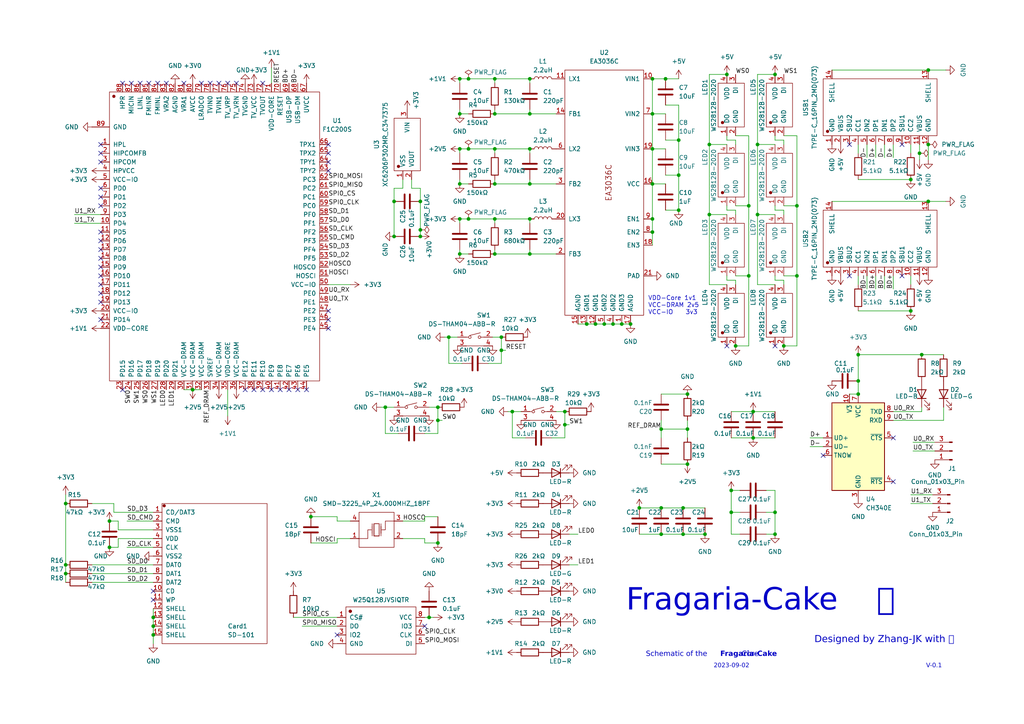
<source format=kicad_sch>
(kicad_sch (version 20230121) (generator eeschema)
  (paper "A4")
  (junction (at 133.35 33.02))
  (junction (at 182.88 93.98))
  (junction (at 163.83 119.38))
  (junction (at 196.85 50.8))
  (junction (at 205.74 62.23))
  (junction (at 204.47 154.94))
  (junction (at 196.85 60.96))
  (junction (at 153.67 33.02))
  (junction (at 127 157.48))
  (junction (at 130.175 97.79))
  (junction (at 143.51 73.66))
  (junction (at 248.92 110.49))
  (junction (at 199.39 134.62))
  (junction (at 227.33 100.33))
  (junction (at 44.45 179.07))
  (junction (at 196.85 40.64))
  (junction (at 189.23 67.31))
  (junction (at 210.82 21.59))
  (junction (at 172.72 93.98))
  (junction (at 217.17 59.69))
  (junction (at 133.35 63.5))
  (junction (at 198.12 154.94))
  (junction (at 269.24 20.32))
  (junction (at 269.24 41.91))
  (junction (at 177.8 93.98))
  (junction (at 212.09 148.59))
  (junction (at 189.23 53.34))
  (junction (at 219.71 62.23))
  (junction (at 231.14 80.01))
  (junction (at 121.92 58.42))
  (junction (at 19.05 146.05))
  (junction (at 143.51 22.86))
  (junction (at 31.75 158.75))
  (junction (at 224.79 154.94))
  (junction (at 90.17 149.86))
  (junction (at 217.17 80.01))
  (junction (at 231.14 59.69))
  (junction (at 148.59 119.38))
  (junction (at 189.23 43.18))
  (junction (at 111.76 118.11))
  (junction (at 124.46 179.07))
  (junction (at 143.51 53.34))
  (junction (at 212.09 142.24))
  (junction (at 191.77 124.46))
  (junction (at 185.42 147.32))
  (junction (at 153.67 63.5))
  (junction (at 248.92 114.3))
  (junction (at 193.04 22.86))
  (junction (at 213.36 100.33))
  (junction (at 133.35 43.18))
  (junction (at 224.79 148.59))
  (junction (at 224.79 21.59))
  (junction (at 19.05 166.37))
  (junction (at 267.335 102.87))
  (junction (at 127 121.92))
  (junction (at 153.67 53.34))
  (junction (at 198.12 147.32))
  (junction (at 19.05 163.83))
  (junction (at 269.24 58.42))
  (junction (at 121.92 66.675))
  (junction (at 248.92 102.87))
  (junction (at 180.34 93.98))
  (junction (at 266.7 44.45))
  (junction (at 133.35 53.34))
  (junction (at 189.23 33.02))
  (junction (at 199.39 124.46))
  (junction (at 135.89 63.5))
  (junction (at 145.415 97.79))
  (junction (at 218.44 119.38))
  (junction (at 135.89 22.86))
  (junction (at 114.3 58.42))
  (junction (at 143.51 63.5))
  (junction (at 44.45 181.61))
  (junction (at 153.67 73.66))
  (junction (at 121.92 68.58))
  (junction (at 145.415 101.6))
  (junction (at 143.51 43.18))
  (junction (at 163.83 123.19))
  (junction (at 133.35 73.66))
  (junction (at 189.23 63.5))
  (junction (at 205.74 41.91))
  (junction (at 264.16 90.17))
  (junction (at 219.71 41.91))
  (junction (at 133.35 22.86))
  (junction (at 135.89 43.18))
  (junction (at 153.67 22.86))
  (junction (at 127 118.11))
  (junction (at 191.77 154.94))
  (junction (at 175.26 93.98))
  (junction (at 143.51 33.02))
  (junction (at 199.39 114.3))
  (junction (at 114.3 68.58))
  (junction (at 189.23 22.86))
  (junction (at 218.44 127))
  (junction (at 55.88 113.03))
  (junction (at 264.16 52.07))
  (junction (at 170.18 93.98))
  (junction (at 191.77 147.32))
  (junction (at 31.75 151.13))
  (junction (at 153.67 43.18))
  (junction (at 44.45 184.15))
  (no_connect (at 63.5 24.13))
  (no_connect (at 29.21 54.61))
  (no_connect (at 48.26 24.13))
  (no_connect (at 68.58 24.13))
  (no_connect (at 83.82 113.03))
  (no_connect (at 78.74 113.03))
  (no_connect (at 95.25 92.71))
  (no_connect (at 43.18 24.13))
  (no_connect (at 76.2 113.03))
  (no_connect (at 95.25 90.17))
  (no_connect (at 44.45 171.45))
  (no_connect (at 73.66 113.03))
  (no_connect (at 95.25 44.45))
  (no_connect (at 58.42 24.13))
  (no_connect (at 35.56 113.03))
  (no_connect (at 29.21 80.01))
  (no_connect (at 66.04 24.13))
  (no_connect (at 29.21 57.15))
  (no_connect (at 29.21 77.47))
  (no_connect (at 29.21 44.45))
  (no_connect (at 246.38 41.91))
  (no_connect (at 97.79 184.15))
  (no_connect (at 29.21 85.09))
  (no_connect (at 76.2 24.13))
  (no_connect (at 261.62 80.01))
  (no_connect (at 53.34 24.13))
  (no_connect (at 29.21 82.55))
  (no_connect (at 88.9 113.03))
  (no_connect (at 261.62 41.91))
  (no_connect (at 95.25 46.99))
  (no_connect (at 29.21 69.85))
  (no_connect (at 35.56 24.13))
  (no_connect (at 210.82 100.33))
  (no_connect (at 45.72 24.13))
  (no_connect (at 246.38 80.01))
  (no_connect (at 224.79 100.33))
  (no_connect (at 86.36 113.03))
  (no_connect (at 238.76 132.08))
  (no_connect (at 44.45 173.99))
  (no_connect (at 81.28 113.03))
  (no_connect (at 29.21 92.71))
  (no_connect (at 38.1 24.13))
  (no_connect (at 29.21 41.91))
  (no_connect (at 29.21 46.99))
  (no_connect (at 29.21 87.63))
  (no_connect (at 71.12 113.03))
  (no_connect (at 95.25 41.91))
  (no_connect (at 40.64 24.13))
  (no_connect (at 60.96 24.13))
  (no_connect (at 29.21 72.39))
  (no_connect (at 95.25 95.25))
  (no_connect (at 123.19 181.61))
  (no_connect (at 259.08 127))
  (no_connect (at 29.21 74.93))
  (no_connect (at 95.25 49.53))
  (no_connect (at 259.08 139.7))
  (no_connect (at 29.21 59.69))
  (no_connect (at 29.21 67.31))
  (wire (pts (xy 163.83 119.38) (xy 161.29 119.38)))
  (wire (pts (xy 273.685 102.87) (xy 267.335 102.87)))
  (wire (pts (xy 121.92 54.61) (xy 121.92 58.42)))
  (wire (pts (xy 248.92 41.91) (xy 248.92 44.45)))
  (wire (pts (xy 87.63 181.61) (xy 97.79 181.61)))
  (wire (pts (xy 123.19 157.48) (xy 127 157.48)))
  (wire (pts (xy 224.79 154.94) (xy 224.79 148.59)))
  (wire (pts (xy 31.75 151.13) (xy 34.29 151.13)))
  (wire (pts (xy 21.59 64.77) (xy 29.21 64.77)))
  (wire (pts (xy 224.79 60.96) (xy 227.33 60.96)))
  (wire (pts (xy 143.51 24.13) (xy 143.51 22.86)))
  (wire (pts (xy 269.24 46.355) (xy 269.24 41.91)))
  (wire (pts (xy 213.36 81.28) (xy 213.36 82.55)))
  (wire (pts (xy 254 45.72) (xy 254 41.91)))
  (wire (pts (xy 264.795 128.27) (xy 271.145 128.27)))
  (wire (pts (xy 148.59 127) (xy 152.4 127)))
  (wire (pts (xy 256.54 83.82) (xy 256.54 80.01)))
  (wire (pts (xy 26.67 166.37) (xy 44.45 166.37)))
  (wire (pts (xy 116.84 151.13) (xy 123.19 151.13)))
  (wire (pts (xy 219.71 41.91) (xy 224.79 41.91)))
  (wire (pts (xy 143.51 72.39) (xy 143.51 73.66)))
  (wire (pts (xy 97.79 151.13) (xy 97.79 149.86)))
  (wire (pts (xy 231.14 59.69) (xy 227.33 59.69)))
  (wire (pts (xy 153.67 73.66) (xy 161.29 73.66)))
  (wire (pts (xy 133.35 22.86) (xy 135.89 22.86)))
  (wire (pts (xy 251.46 45.72) (xy 251.46 41.91)))
  (wire (pts (xy 241.3 58.42) (xy 269.24 58.42)))
  (wire (pts (xy 248.92 102.87) (xy 248.92 110.49)))
  (wire (pts (xy 199.39 124.46) (xy 199.39 121.92)))
  (wire (pts (xy 205.74 41.91) (xy 210.82 41.91)))
  (wire (pts (xy 224.79 81.28) (xy 227.33 81.28)))
  (wire (pts (xy 218.44 119.38) (xy 224.79 119.38)))
  (wire (pts (xy 153.67 33.02) (xy 143.51 33.02)))
  (wire (pts (xy 143.51 43.18) (xy 143.51 44.45)))
  (wire (pts (xy 19.05 163.83) (xy 19.05 166.37)))
  (wire (pts (xy 123.19 125.73) (xy 127 125.73)))
  (wire (pts (xy 212.09 119.38) (xy 218.44 119.38)))
  (wire (pts (xy 34.29 156.21) (xy 34.29 158.75)))
  (wire (pts (xy 248.92 80.01) (xy 248.92 82.55)))
  (wire (pts (xy 135.89 43.18) (xy 143.51 43.18)))
  (wire (pts (xy 124.46 179.07) (xy 123.19 179.07)))
  (wire (pts (xy 121.92 58.42) (xy 121.92 66.675)))
  (wire (pts (xy 130.175 105.41) (xy 133.985 105.41)))
  (wire (pts (xy 210.82 59.69) (xy 210.82 60.96)))
  (wire (pts (xy 127 125.73) (xy 127 121.92)))
  (wire (pts (xy 231.14 59.69) (xy 231.14 39.37)))
  (wire (pts (xy 196.85 50.8) (xy 196.85 60.96)))
  (wire (pts (xy 177.8 93.98) (xy 180.34 93.98)))
  (wire (pts (xy 193.04 50.8) (xy 196.85 50.8)))
  (wire (pts (xy 264.16 143.51) (xy 270.51 143.51)))
  (wire (pts (xy 119.38 52.07) (xy 119.38 54.61)))
  (wire (pts (xy 116.84 52.07) (xy 116.84 54.61)))
  (wire (pts (xy 224.79 59.69) (xy 224.79 60.96)))
  (wire (pts (xy 259.08 121.92) (xy 273.685 121.92)))
  (wire (pts (xy 199.39 134.62) (xy 191.77 134.62)))
  (wire (pts (xy 205.74 21.59) (xy 205.74 41.91)))
  (wire (pts (xy 143.51 63.5) (xy 153.67 63.5)))
  (wire (pts (xy 175.26 93.98) (xy 177.8 93.98)))
  (wire (pts (xy 97.79 156.21) (xy 101.6 156.21)))
  (wire (pts (xy 231.14 80.01) (xy 227.33 80.01)))
  (wire (pts (xy 161.29 33.02) (xy 153.67 33.02)))
  (wire (pts (xy 217.17 100.33) (xy 217.17 80.01)))
  (wire (pts (xy 191.77 127) (xy 191.77 124.46)))
  (wire (pts (xy 153.67 44.45) (xy 153.67 43.18)))
  (wire (pts (xy 231.14 100.33) (xy 231.14 80.01)))
  (wire (pts (xy 135.89 33.02) (xy 133.35 33.02)))
  (wire (pts (xy 44.45 181.61) (xy 44.45 184.15)))
  (wire (pts (xy 119.38 54.61) (xy 121.92 54.61)))
  (wire (pts (xy 198.12 147.32) (xy 204.47 147.32)))
  (wire (pts (xy 205.74 82.55) (xy 210.82 82.55)))
  (wire (pts (xy 135.89 63.5) (xy 143.51 63.5)))
  (wire (pts (xy 130.175 97.79) (xy 132.715 97.79)))
  (wire (pts (xy 189.23 53.34) (xy 193.04 53.34)))
  (wire (pts (xy 33.02 148.59) (xy 44.45 148.59)))
  (wire (pts (xy 266.7 44.45) (xy 266.7 41.91)))
  (wire (pts (xy 217.17 59.69) (xy 213.36 59.69)))
  (wire (pts (xy 222.25 148.59) (xy 224.79 148.59)))
  (wire (pts (xy 193.04 30.48) (xy 196.85 30.48)))
  (wire (pts (xy 44.45 179.07) (xy 44.45 181.61)))
  (wire (pts (xy 189.23 33.02) (xy 189.23 43.18)))
  (wire (pts (xy 210.82 39.37) (xy 210.82 40.64)))
  (wire (pts (xy 231.14 80.01) (xy 231.14 59.69)))
  (wire (pts (xy 205.74 41.91) (xy 205.74 62.23)))
  (wire (pts (xy 213.36 60.96) (xy 213.36 62.23)))
  (wire (pts (xy 210.82 60.96) (xy 213.36 60.96)))
  (wire (pts (xy 199.39 127) (xy 199.39 124.46)))
  (wire (pts (xy 217.17 80.01) (xy 213.36 80.01)))
  (wire (pts (xy 26.67 163.83) (xy 44.45 163.83)))
  (wire (pts (xy 198.12 154.94) (xy 204.47 154.94)))
  (wire (pts (xy 219.71 62.23) (xy 219.71 82.55)))
  (wire (pts (xy 165.1 123.19) (xy 163.83 123.19)))
  (wire (pts (xy 167.64 93.98) (xy 170.18 93.98)))
  (wire (pts (xy 227.33 81.28) (xy 227.33 82.55)))
  (wire (pts (xy 224.79 40.64) (xy 227.33 40.64)))
  (wire (pts (xy 145.415 105.41) (xy 145.415 101.6)))
  (wire (pts (xy 185.42 147.32) (xy 191.77 147.32)))
  (wire (pts (xy 213.36 40.64) (xy 213.36 41.91)))
  (wire (pts (xy 266.7 46.355) (xy 266.7 44.45)))
  (wire (pts (xy 185.42 154.94) (xy 191.77 154.94)))
  (wire (pts (xy 219.71 62.23) (xy 224.79 62.23)))
  (wire (pts (xy 224.79 39.37) (xy 224.79 40.64)))
  (wire (pts (xy 148.59 119.38) (xy 151.13 119.38)))
  (wire (pts (xy 219.71 82.55) (xy 224.79 82.55)))
  (wire (pts (xy 234.95 127) (xy 238.76 127)))
  (wire (pts (xy 141.605 105.41) (xy 145.415 105.41)))
  (wire (pts (xy 143.51 53.34) (xy 153.67 53.34)))
  (wire (pts (xy 191.77 124.46) (xy 191.77 121.92)))
  (wire (pts (xy 121.92 66.675) (xy 121.92 68.58)))
  (wire (pts (xy 251.46 83.82) (xy 251.46 80.01)))
  (wire (pts (xy 31.75 158.75) (xy 34.29 158.75)))
  (wire (pts (xy 170.18 93.98) (xy 172.72 93.98)))
  (wire (pts (xy 114.3 54.61) (xy 114.3 58.42)))
  (wire (pts (xy 125.73 179.07) (xy 124.46 179.07)))
  (wire (pts (xy 189.23 63.5) (xy 189.23 67.31)))
  (wire (pts (xy 231.14 39.37) (xy 227.33 39.37)))
  (wire (pts (xy 212.09 127) (xy 218.44 127)))
  (wire (pts (xy 199.39 114.3) (xy 191.77 114.3)))
  (wire (pts (xy 135.89 22.86) (xy 143.51 22.86)))
  (wire (pts (xy 264.16 146.05) (xy 270.51 146.05)))
  (wire (pts (xy 123.19 156.21) (xy 123.19 157.48)))
  (wire (pts (xy 133.35 44.45) (xy 133.35 43.18)))
  (wire (pts (xy 85.09 179.07) (xy 97.79 179.07)))
  (wire (pts (xy 21.59 62.23) (xy 29.21 62.23)))
  (wire (pts (xy 273.685 121.92) (xy 273.685 118.11)))
  (wire (pts (xy 212.09 154.94) (xy 212.09 148.59)))
  (wire (pts (xy 191.77 147.32) (xy 198.12 147.32)))
  (wire (pts (xy 189.23 22.86) (xy 193.04 22.86)))
  (wire (pts (xy 210.82 81.28) (xy 213.36 81.28)))
  (wire (pts (xy 256.54 45.72) (xy 256.54 41.91)))
  (wire (pts (xy 264.795 130.81) (xy 271.145 130.81)))
  (wire (pts (xy 19.05 166.37) (xy 19.05 168.91)))
  (wire (pts (xy 193.04 60.96) (xy 196.85 60.96)))
  (wire (pts (xy 135.89 73.66) (xy 133.35 73.66)))
  (wire (pts (xy 269.24 58.42) (xy 274.32 58.42)))
  (wire (pts (xy 219.71 41.91) (xy 219.71 62.23)))
  (wire (pts (xy 133.35 64.77) (xy 133.35 63.5)))
  (wire (pts (xy 116.84 156.21) (xy 123.19 156.21)))
  (wire (pts (xy 246.38 114.3) (xy 248.92 114.3)))
  (wire (pts (xy 196.85 30.48) (xy 196.85 40.64)))
  (wire (pts (xy 213.36 100.33) (xy 217.17 100.33)))
  (wire (pts (xy 133.35 24.13) (xy 133.35 22.86)))
  (wire (pts (xy 259.08 119.38) (xy 267.335 119.38)))
  (wire (pts (xy 111.76 118.11) (xy 114.3 118.11)))
  (wire (pts (xy 153.67 72.39) (xy 153.67 73.66)))
  (wire (pts (xy 269.24 20.32) (xy 274.32 20.32)))
  (wire (pts (xy 212.09 148.59) (xy 214.63 148.59)))
  (wire (pts (xy 128.905 97.79) (xy 130.175 97.79)))
  (wire (pts (xy 36.83 151.13) (xy 44.45 151.13)))
  (wire (pts (xy 196.85 50.8) (xy 196.85 40.64)))
  (wire (pts (xy 133.35 33.02) (xy 133.35 31.75)))
  (wire (pts (xy 219.71 21.59) (xy 219.71 41.91)))
  (wire (pts (xy 97.79 149.86) (xy 90.17 149.86)))
  (wire (pts (xy 267.335 119.38) (xy 267.335 118.11)))
  (wire (pts (xy 217.17 59.69) (xy 217.17 39.37)))
  (wire (pts (xy 224.79 148.59) (xy 224.79 142.24)))
  (wire (pts (xy 153.67 53.34) (xy 161.29 53.34)))
  (wire (pts (xy 212.09 148.59) (xy 212.09 142.24)))
  (wire (pts (xy 224.79 21.59) (xy 219.71 21.59)))
  (wire (pts (xy 53.34 113.03) (xy 55.88 113.03)))
  (wire (pts (xy 133.35 43.18) (xy 135.89 43.18)))
  (wire (pts (xy 123.19 151.13) (xy 123.19 149.86)))
  (wire (pts (xy 133.35 63.5) (xy 135.89 63.5)))
  (wire (pts (xy 210.82 21.59) (xy 205.74 21.59)))
  (wire (pts (xy 191.77 154.94) (xy 198.12 154.94)))
  (wire (pts (xy 19.05 143.51) (xy 19.05 146.05)))
  (wire (pts (xy 33.02 146.05) (xy 26.67 146.05)))
  (wire (pts (xy 267.335 102.87) (xy 248.92 102.87)))
  (wire (pts (xy 133.35 53.34) (xy 133.35 52.07)))
  (wire (pts (xy 55.88 113.03) (xy 58.42 113.03)))
  (wire (pts (xy 248.92 90.17) (xy 264.16 90.17)))
  (wire (pts (xy 193.04 22.86) (xy 196.85 22.86)))
  (wire (pts (xy 189.23 53.34) (xy 189.23 63.5)))
  (wire (pts (xy 78.74 19.685) (xy 78.74 24.13)))
  (wire (pts (xy 153.67 64.77) (xy 153.67 63.5)))
  (wire (pts (xy 19.05 146.05) (xy 19.05 163.83)))
  (wire (pts (xy 111.76 118.11) (xy 111.76 125.73)))
  (wire (pts (xy 227.33 40.64) (xy 227.33 41.91)))
  (wire (pts (xy 189.23 43.18) (xy 189.23 53.34)))
  (wire (pts (xy 44.45 184.15) (xy 44.45 186.69)))
  (wire (pts (xy 44.45 176.53) (xy 44.45 179.07)))
  (wire (pts (xy 264.16 41.91) (xy 264.16 44.45)))
  (wire (pts (xy 153.67 31.75) (xy 153.67 33.02)))
  (wire (pts (xy 111.76 125.73) (xy 115.57 125.73)))
  (wire (pts (xy 90.17 157.48) (xy 97.79 157.48)))
  (wire (pts (xy 248.92 52.07) (xy 264.16 52.07)))
  (wire (pts (xy 133.35 73.66) (xy 133.35 72.39)))
  (wire (pts (xy 116.84 54.61) (xy 114.3 54.61)))
  (wire (pts (xy 222.25 154.94) (xy 224.79 154.94)))
  (wire (pts (xy 44.45 156.21) (xy 34.29 156.21)))
  (wire (pts (xy 189.23 22.86) (xy 189.23 33.02)))
  (wire (pts (xy 36.83 158.75) (xy 44.45 158.75)))
  (wire (pts (xy 146.685 101.6) (xy 145.415 101.6)))
  (wire (pts (xy 145.415 97.79) (xy 142.875 97.79)))
  (wire (pts (xy 143.51 52.07) (xy 143.51 53.34)))
  (wire (pts (xy 163.83 127) (xy 163.83 123.19)))
  (wire (pts (xy 227.33 100.33) (xy 231.14 100.33)))
  (wire (pts (xy 34.29 151.13) (xy 34.29 153.67)))
  (wire (pts (xy 212.09 142.24) (xy 214.63 142.24)))
  (wire (pts (xy 167.64 154.94) (xy 165.1 154.94)))
  (wire (pts (xy 227.33 60.96) (xy 227.33 62.23)))
  (wire (pts (xy 214.63 154.94) (xy 212.09 154.94)))
  (wire (pts (xy 189.23 67.31) (xy 189.23 71.12)))
  (wire (pts (xy 189.23 43.18) (xy 193.04 43.18)))
  (wire (pts (xy 224.79 80.01) (xy 224.79 81.28)))
  (wire (pts (xy 26.67 168.91) (xy 44.45 168.91)))
  (wire (pts (xy 114.3 58.42) (xy 114.3 68.58)))
  (wire (pts (xy 95.25 82.55) (xy 101.6 82.55)))
  (wire (pts (xy 163.83 119.38) (xy 163.83 123.19)))
  (wire (pts (xy 123.19 149.86) (xy 127 149.86)))
  (wire (pts (xy 110.49 118.11) (xy 111.76 118.11)))
  (wire (pts (xy 66.04 113.03) (xy 66.04 120.65)))
  (wire (pts (xy 143.51 43.18) (xy 153.67 43.18)))
  (wire (pts (xy 153.67 52.07) (xy 153.67 53.34)))
  (wire (pts (xy 97.79 157.48) (xy 97.79 156.21)))
  (wire (pts (xy 135.89 53.34) (xy 133.35 53.34)))
  (wire (pts (xy 205.74 62.23) (xy 210.82 62.23)))
  (wire (pts (xy 128.27 121.92) (xy 127 121.92)))
  (wire (pts (xy 196.85 40.64) (xy 193.04 40.64)))
  (wire (pts (xy 143.51 73.66) (xy 153.67 73.66)))
  (wire (pts (xy 127 118.11) (xy 124.46 118.11)))
  (wire (pts (xy 34.29 153.67) (xy 44.45 153.67)))
  (wire (pts (xy 224.79 142.24) (xy 222.25 142.24)))
  (wire (pts (xy 218.44 127) (xy 224.79 127)))
  (wire (pts (xy 143.51 63.5) (xy 143.51 64.77)))
  (wire (pts (xy 217.17 80.01) (xy 217.17 59.69)))
  (wire (pts (xy 248.92 110.49) (xy 248.92 114.3)))
  (wire (pts (xy 172.72 93.98) (xy 175.26 93.98)))
  (wire (pts (xy 143.51 33.02) (xy 143.51 31.75)))
  (wire (pts (xy 127 118.11) (xy 127 121.92)))
  (wire (pts (xy 33.02 148.59) (xy 33.02 146.05)))
  (wire (pts (xy 210.82 80.01) (xy 210.82 81.28)))
  (wire (pts (xy 259.08 45.72) (xy 259.08 41.91)))
  (wire (pts (xy 217.17 39.37) (xy 213.36 39.37)))
  (wire (pts (xy 167.64 163.83) (xy 165.1 163.83)))
  (wire (pts (xy 241.3 20.32) (xy 269.24 20.32)))
  (wire (pts (xy 234.95 129.54) (xy 238.76 129.54)))
  (wire (pts (xy 264.16 80.01) (xy 264.16 82.55)))
  (wire (pts (xy 148.59 119.38) (xy 148.59 127)))
  (wire (pts (xy 145.415 97.79) (xy 145.415 101.6)))
  (wire (pts (xy 205.74 62.23) (xy 205.74 82.55)))
  (wire (pts (xy 153.67 24.13) (xy 153.67 22.86)))
  (wire (pts (xy 199.39 124.46) (xy 191.77 124.46)))
  (wire (pts (xy 143.51 22.86) (xy 153.67 22.86)))
  (wire (pts (xy 210.82 40.64) (xy 213.36 40.64)))
  (wire (pts (xy 147.32 119.38) (xy 148.59 119.38)))
  (wire (pts (xy 259.08 83.82) (xy 259.08 80.01)))
  (wire (pts (xy 130.175 97.79) (xy 130.175 105.41)))
  (wire (pts (xy 189.23 33.02) (xy 193.04 33.02)))
  (wire (pts (xy 160.02 127) (xy 163.83 127)))
  (wire (pts (xy 254 83.82) (xy 254 80.01)))
  (wire (pts (xy 101.6 151.13) (xy 97.79 151.13)))
  (wire (pts (xy 180.34 93.98) (xy 182.88 93.98)))
  (text "Fragaria-Cake    " (at 181.61 179.705 0) (effects (font (size 6.35 6.35)) (justify left bottom)))
  (text "Fragaria-Cake" (at 208.915 191.135 0) (effects (font (size 1.5 1.5) (thickness 0.3) bold italic) (justify left bottom)))
  (text "Schematic of the               Core" (at 187.325 191.135 0) (effects (font (size 1.5 1.5)) (justify left bottom)))
  (text "Designed by Zhang-JK with 󱢠" (at 236.22 187.325 0) (effects (font (size 2 2)) (justify left bottom)))
  (text "VDD-Core 1v1\nVCC-DRAM 2v5\nVCC-IO	 3v3" (at 187.96 91.44 0) (effects (font (size 1.27 1.27)) (justify left bottom)))
  (text "V-0.1" (at 268.605 194.31 0) (effects (font (size 1.27 1.27)) (justify left bottom)))
  (text "2023-09-02" (at 207.01 194.31 0) (effects (font (size 1.27 1.27)) (justify left bottom)))
  (label "SD_CLK" (at 95.25 67.31 0))
  (label "U1_TX" (at 21.59 64.77 0))
  (label "SD_CMD" (at 36.83 151.13 0))
  (label "SD_D2" (at 95.25 74.93 0))
  (label "U0_TX" (at 259.08 121.92 0))
  (label "RESET" (at 146.685 101.6 0))
  (label "SPI0_CS" (at 87.63 179.07 0))
  (label "SD_D0" (at 36.83 163.83 0))
  (label "WS1" (at 227.33 21.59 0))
  (label "SW1" (at 40.64 113.03 270))
  (label "WS0" (at 43.18 113.03 270))
  (label "D-" (at 234.95 129.54 0))
  (label "BD+" (at 259.08 83.82 90))
  (label "SD_D3" (at 95.25 72.39 0))
  (label "SPI0_CS" (at 95.25 57.15 0))
  (label "U1_RX" (at 264.16 143.51 0))
  (label "D-" (at 256.54 45.72 90))
  (label "D-" (at 251.46 45.72 90))
  (label "HOSCO" (at 95.25 77.47 0))
  (label "LED0" (at 48.26 113.03 270))
  (label "LED0" (at 167.64 154.94 0))
  (label "LED1" (at 50.8 113.03 270))
  (label "REF_DRAM" (at 191.77 124.46 180))
  (label "REF_DRAM" (at 60.96 113.03 270))
  (label "SD_D1" (at 95.25 62.23 0))
  (label "U0_TX" (at 95.25 87.63 0))
  (label "RESET" (at 81.28 24.13 90))
  (label "D+" (at 259.08 45.72 90))
  (label "BD-" (at 256.54 83.82 90))
  (label "SPI0_MOSI" (at 95.25 52.07 0))
  (label "HOSCI" (at 91.44 157.48 0))
  (label "HOSCO" (at 116.84 151.13 0))
  (label "SD_D3" (at 36.83 148.59 0))
  (label "SD_CMD" (at 95.25 69.85 0))
  (label "U0_RX" (at 95.25 85.09 0))
  (label "SW1" (at 165.1 123.19 0))
  (label "SW0" (at 38.1 113.03 270))
  (label "WS0" (at 213.36 21.59 0))
  (label "BD+" (at 83.82 24.13 90))
  (label "SPI0_CLK" (at 123.19 184.15 0))
  (label "SPI0_MISO" (at 95.25 54.61 0))
  (label "SPI0_CLK" (at 95.25 59.69 0))
  (label "BD+" (at 254 83.82 90))
  (label "BD-" (at 251.46 83.82 90))
  (label "U0_TX" (at 264.795 130.81 0))
  (label "HOSCI" (at 95.25 80.01 0))
  (label "SD_D2" (at 36.83 168.91 0))
  (label "SD_D0" (at 95.25 64.77 0))
  (label "U0_RX" (at 259.08 119.38 0))
  (label "SPI0_MOSI" (at 123.19 186.69 0))
  (label "D+" (at 234.95 127 0))
  (label "D+" (at 254 45.72 90))
  (label "BD-" (at 86.36 24.13 90))
  (label "WS1" (at 45.72 113.03 270))
  (label "SD_D1" (at 36.83 166.37 0))
  (label "SD_CLK" (at 36.83 158.75 0))
  (label "SPI0_MISO" (at 87.63 181.61 0))
  (label "U1_TX" (at 264.16 146.05 0))
  (label "LED1" (at 167.64 163.83 0))
  (label "U0_RX" (at 264.795 128.27 0))
  (label "SW0" (at 128.27 121.92 0))
  (label "U1_RX" (at 21.59 62.23 0))
  (symbol (lib_id "kicad_lceda:WS2812B-2020") (at 226.06 30.48 90) (unit 1)
    (property "Reference" "LED5" (at 218.44 22.86 0) (effects (justify right)))
    (property "Value" "WS2812B-2020" (at 220.98 22.86 0) (effects (justify right)))
    (property "Footprint" "kicad_lceda:LED-SMD_4P-L2.0-W2.0-TL_WS2812B-2020" (effects hide))
    (property "Datasheet" "http://www.szlcsc.com/product/details_1051115.html" (effects hide))
    (property "SuppliersPartNumber" "C965555" (effects hide))
    (property "uuid" "std:371a8ce38f9c42cbb1d0f093fe8eaedf" (effects hide))
  )
  (symbol (lib_id "power:+3V3") (at 88.9 24.13 0) (unit 1)
    (property "Reference" "#PWR060" (effects hide))
    (property "Value" "+3V3" (at 88.9 19.05 0))
  )
  (symbol (lib_id "Device:R") (at 273.685 106.68 0) (unit 1)
    (property "Reference" "R9" (at 276.225 105.41 0) (effects (justify left)))
    (property "Value" "2kΩ" (at 276.225 107.95 0) (effects (justify left)))
    (property "Footprint" "Resistor_SMD:R_0603_1608Metric_Pad0.98x0.95mm_HandSolder" (effects hide))
  )
  (symbol (lib_id "power:GND") (at 165.1 180.34 90) (unit 1)
    (property "Reference" "#PWR038" (effects hide))
    (property "Value" "GND" (at 168.91 180.34 90) (effects (justify right)))
  )
  (symbol (lib_id "power:+1V1") (at 149.86 189.23 90) (unit 1)
    (property "Reference" "#PWR039" (effects hide))
    (property "Value" "+1V1" (at 146.05 189.23 90) (effects (justify left)))
  )
  (symbol (lib_id "Device:R") (at 22.86 166.37 90) (unit 1)
    (property "Reference" "R17" (at 16.51 165.1 90))
    (property "Value" "47kΩ" (at 27.94 167.64 90))
    (property "Footprint" "Resistor_SMD:R_0603_1608Metric_Pad0.98x0.95mm_HandSolder" (effects hide))
  )
  (symbol (lib_id "power:GND") (at 133.35 73.66 0) (unit 1)
    (property "Reference" "#PWR06" (effects hide))
    (property "Value" "GND" (at 133.35 78.74 0))
  )
  (symbol (lib_id "Device:LED") (at 161.29 137.16 180) (unit 1)
    (property "Reference" "D3" (at 161.29 134.62 0))
    (property "Value" "LED-R" (at 162.56 139.7 0))
    (property "Footprint" "LED_SMD:LED_0603_1608Metric_Pad1.05x0.95mm_HandSolder" (effects hide))
  )
  (symbol (lib_id "power:+3V3") (at 19.05 143.51 0) (unit 1)
    (property "Reference" "#PWR043" (effects hide))
    (property "Value" "+3V3" (at 19.05 138.43 0))
  )
  (symbol (lib_id "power:GND") (at 114.3 120.65 0) (unit 1)
    (property "Reference" "#PWR081" (effects hide))
    (property "Value" "GND" (at 116.84 121.92 0))
  )
  (symbol (lib_id "power:+3V3") (at 118.11 31.75 0) (unit 1)
    (property "Reference" "#PWR011" (effects hide))
    (property "Value" "+3V3" (at 120.65 31.75 90) (effects (justify left)))
  )
  (symbol (lib_id "power:GND") (at 271.145 133.35 0) (unit 1)
    (property "Reference" "#PWR030" (effects hide))
    (property "Value" "GND" (at 271.145 137.795 0))
  )
  (symbol (lib_id "kicad_lceda:WS2812B-2020") (at 212.09 50.8 90) (unit 1)
    (property "Reference" "LED2" (at 204.47 43.18 0) (effects (justify right)))
    (property "Value" "WS2812B-2020" (at 207.01 43.18 0) (effects (justify right)))
    (property "Footprint" "kicad_lceda:LED-SMD_4P-L2.0-W2.0-TL_WS2812B-2020" (effects hide))
    (property "Datasheet" "http://www.szlcsc.com/product/details_1051115.html" (effects hide))
    (property "SuppliersPartNumber" "C965555" (effects hide))
    (property "uuid" "std:371a8ce38f9c42cbb1d0f093fe8eaedf" (effects hide))
  )
  (symbol (lib_id "power:+5V") (at 266.7 80.01 180) (unit 1)
    (property "Reference" "#PWR055" (effects hide))
    (property "Value" "+5V" (at 266.7 83.82 90) (effects (justify left)))
  )
  (symbol (lib_id "power:GND") (at 110.49 118.11 270) (unit 1)
    (property "Reference" "#PWR080" (effects hide))
    (property "Value" "GND" (at 106.68 118.11 90) (effects (justify right)))
  )
  (symbol (lib_id "power:+2V5") (at 185.42 147.32 0) (unit 1)
    (property "Reference" "#PWR049" (effects hide))
    (property "Value" "+2V5" (at 185.42 142.24 0))
  )
  (symbol (lib_id "Device:R") (at 248.92 48.26 0) (unit 1)
    (property "Reference" "R21" (at 250.19 46.99 0) (effects (justify left)))
    (property "Value" "5.1kΩ" (at 250.19 49.53 0) (effects (justify left)))
    (property "Footprint" "Resistor_SMD:R_0603_1608Metric_Pad0.98x0.95mm_HandSolder" (effects hide))
  )
  (symbol (lib_id "power:GND") (at 71.12 24.13 180) (unit 1)
    (property "Reference" "#PWR090" (effects hide))
    (property "Value" "GND" (at 70.485 20.32 0))
  )
  (symbol (lib_id "power:+3V3") (at 149.86 154.94 90) (unit 1)
    (property "Reference" "#PWR069" (effects hide))
    (property "Value" "+3V3" (at 146.05 154.94 90) (effects (justify left)))
  )
  (symbol (lib_id "power:GND") (at 264.16 90.17 0) (unit 1)
    (property "Reference" "#PWR059" (effects hide))
    (property "Value" "GND" (at 264.16 95.25 0))
  )
  (symbol (lib_id "kicad_lceda:WS2812B-2020") (at 226.06 50.8 90) (unit 1)
    (property "Reference" "LED6" (at 218.44 43.18 0) (effects (justify right)))
    (property "Value" "WS2812B-2020" (at 220.98 43.18 0) (effects (justify right)))
    (property "Footprint" "kicad_lceda:LED-SMD_4P-L2.0-W2.0-TL_WS2812B-2020" (effects hide))
    (property "Datasheet" "http://www.szlcsc.com/product/details_1051115.html" (effects hide))
    (property "SuppliersPartNumber" "C965555" (effects hide))
    (property "uuid" "std:371a8ce38f9c42cbb1d0f093fe8eaedf" (effects hide))
  )
  (symbol (lib_id "power:PWR_FLAG") (at 121.92 66.675 270) (unit 1)
    (property "Reference" "#FLG04" (effects hide))
    (property "Value" "PWR_FLAG" (at 123.825 60.96 0))
  )
  (symbol (lib_id "Device:C") (at 153.67 27.94 0) (unit 1)
    (property "Reference" "C1" (at 157.48 26.67 0) (effects (justify left)))
    (property "Value" "220pF" (at 157.48 29.21 0) (effects (justify left)))
    (property "Footprint" "Capacitor_SMD:C_0603_1608Metric_Pad1.08x0.95mm_HandSolder" (effects hide))
  )
  (symbol (lib_id "power:GND") (at 213.36 100.33 0) (unit 1)
    (property "Reference" "#PWR072" (effects hide))
    (property "Value" "GND" (at 213.36 105.41 0))
  )
  (symbol (lib_id "kicad_lceda:WS2812B-2020") (at 226.06 91.44 90) (unit 1)
    (property "Reference" "LED8" (at 218.44 83.82 0) (effects (justify right)))
    (property "Value" "WS2812B-2020" (at 220.98 83.82 0) (effects (justify right)))
    (property "Footprint" "kicad_lceda:LED-SMD_4P-L2.0-W2.0-TL_WS2812B-2020" (effects hide))
    (property "Datasheet" "http://www.szlcsc.com/product/details_1051115.html" (effects hide))
    (property "SuppliersPartNumber" "C965555" (effects hide))
    (property "uuid" "std:371a8ce38f9c42cbb1d0f093fe8eaedf" (effects hide))
  )
  (symbol (lib_id "power:GND") (at 147.32 119.38 270) (unit 1)
    (property "Reference" "#PWR084" (effects hide))
    (property "Value" "GND" (at 143.51 119.38 90) (effects (justify right)))
  )
  (symbol (lib_id "Device:C") (at 118.11 58.42 90) (unit 1)
    (property "Reference" "C25" (at 116.84 64.77 0) (effects (justify left)))
    (property "Value" "0.1uF" (at 119.38 66.04 0) (effects (justify left)))
    (property "Footprint" "Capacitor_SMD:C_0603_1608Metric_Pad1.08x0.95mm_HandSolder" (effects hide))
  )
  (symbol (lib_id "power:PWR_FLAG") (at 135.89 43.18 0) (unit 1)
    (property "Reference" "#FLG02" (effects hide))
    (property "Value" "PWR_FLAG" (at 142.24 41.275 0))
  )
  (symbol (lib_id "kicad_lceda:W25Q128JVSIQTR") (at 110.49 182.88 0) (unit 1)
    (property "Reference" "U5" (at 110.49 171.45 0))
    (property "Value" "W25Q128JVSIQTR" (at 110.49 173.99 0))
    (property "Footprint" "kicad_lceda:SOIC-8_L5.3-W5.3-P1.27-LS8.0-BL" (effects hide))
    (property "Datasheet" "http://www.szlcsc.com/product/details_98729.html" (effects hide))
    (property "SuppliersPartNumber" "C97521" (effects hide))
    (property "uuid" "std:dc7e982d084b4ca28d73f2e365d5a8e8" (effects hide))
  )
  (symbol (lib_id "power:+1V1") (at 66.04 120.65 180) (unit 1)
    (property "Reference" "#PWR068" (effects hide))
    (property "Value" "+1V1" (at 66.04 125.73 0))
  )
  (symbol (lib_id "Device:R") (at 85.09 175.26 180) (unit 1)
    (property "Reference" "R7" (at 87.63 173.99 0) (effects (justify right)))
    (property "Value" "10kΩ" (at 87.63 176.53 0) (effects (justify right)))
    (property "Footprint" "Resistor_SMD:R_0603_1608Metric_Pad0.98x0.95mm_HandSolder" (effects hide))
  )
  (symbol (lib_id "power:GND") (at 50.8 24.13 180) (unit 1)
    (property "Reference" "#PWR092" (effects hide))
    (property "Value" "GND" (at 50.8 19.05 0))
  )
  (symbol (lib_id "power:GND") (at 248.92 144.78 0) (unit 1)
    (property "Reference" "#PWR019" (effects hide))
    (property "Value" "GND" (at 248.92 149.86 0))
  )
  (symbol (lib_id "power:GND") (at 31.75 158.75 0) (unit 1)
    (property "Reference" "#PWR025" (effects hide))
    (property "Value" "GND" (at 29.21 161.29 0))
  )
  (symbol (lib_id "power:+3V3") (at 125.73 179.07 270) (unit 1)
    (property "Reference" "#PWR026" (effects hide))
    (property "Value" "+3V3" (at 129.54 179.07 90) (effects (justify left)))
  )
  (symbol (lib_id "power:+3V3") (at 133.35 63.5 90) (unit 1)
    (property "Reference" "#PWR04" (effects hide))
    (property "Value" "+3V3" (at 129.54 63.5 90) (effects (justify left)))
  )
  (symbol (lib_id "power:GND") (at 128.905 97.79 270) (unit 1)
    (property "Reference" "#PWR079" (effects hide))
    (property "Value" "GND" (at 125.095 97.79 90) (effects (justify right)))
  )
  (symbol (lib_id "Device:R") (at 139.7 73.66 90) (unit 1)
    (property "Reference" "R6" (at 137.16 71.12 90))
    (property "Value" "150kΩ" (at 138.43 76.2 90))
    (property "Footprint" "Resistor_SMD:R_0603_1608Metric_Pad0.98x0.95mm_HandSolder" (effects hide))
  )
  (symbol (lib_id "power:GND") (at 182.88 93.98 0) (unit 1)
    (property "Reference" "#PWR010" (effects hide))
    (property "Value" "GND" (at 182.88 99.06 0))
  )
  (symbol (lib_id "power:GND") (at 142.875 100.33 0) (unit 1)
    (property "Reference" "#PWR077" (effects hide))
    (property "Value" "GND" (at 140.335 101.6 0))
  )
  (symbol (lib_id "Device:R") (at 264.16 86.36 0) (unit 1)
    (property "Reference" "R24" (at 259.08 85.09 0) (effects (justify left)))
    (property "Value" "5.1kΩ" (at 257.81 87.63 0) (effects (justify left)))
    (property "Footprint" "Resistor_SMD:R_0603_1608Metric_Pad0.98x0.95mm_HandSolder" (effects hide))
  )
  (symbol (lib_id "Device:R") (at 264.16 48.26 0) (unit 1)
    (property "Reference" "R22" (at 259.08 46.99 0) (effects (justify left)))
    (property "Value" "5.1kΩ" (at 257.81 49.53 0) (effects (justify left)))
    (property "Footprint" "Resistor_SMD:R_0603_1608Metric_Pad0.98x0.95mm_HandSolder" (effects hide))
  )
  (symbol (lib_id "power:+2V5") (at 68.58 113.03 180) (unit 1)
    (property "Reference" "#PWR067" (effects hide))
    (property "Value" "+2V5" (at 68.58 118.11 0))
  )
  (symbol (lib_id "power:GND") (at 90.17 149.86 180) (unit 1)
    (property "Reference" "#PWR041" (effects hide))
    (property "Value" "GND" (at 90.17 144.78 0))
  )
  (symbol (lib_id "power:+3V3") (at 212.09 142.24 0) (unit 1)
    (property "Reference" "#PWR050" (effects hide))
    (property "Value" "+3V3" (at 212.09 137.16 0))
  )
  (symbol (lib_id "Device:C") (at 124.46 175.26 0) (unit 1)
    (property "Reference" "C13" (at 128.27 173.99 0) (effects (justify left)))
    (property "Value" "0.1uF" (at 128.27 176.53 0) (effects (justify left)))
    (property "Footprint" "Capacitor_SMD:C_0603_1608Metric_Pad1.08x0.95mm_HandSolder" (effects hide))
  )
  (symbol (lib_id "kicad_lceda:SMD-3225_4P_24.000MHZ_18PF") (at 109.22 153.67 0) (unit 1)
    (property "Reference" "X1" (at 109.22 143.51 0))
    (property "Value" "SMD-3225_4P_24.000MHZ_18PF" (at 109.22 146.05 0))
    (property "Footprint" "kicad_lceda:CRYSTAL-SMD_4P-L3.2-W2.5-BL" (effects hide))
    (property "Datasheet" "http://www.szlcsc.com/product/details_337110.html" (effects hide))
    (property "SuppliersPartNumber" "C362370" (effects hide))
    (property "uuid" "std:7891d4267e6649859c5165f75c91a051" (effects hide))
  )
  (symbol (lib_id "Device:LED") (at 161.29 171.45 180) (unit 1)
    (property "Reference" "D5" (at 161.29 168.91 0))
    (property "Value" "LED-R" (at 162.56 173.99 0))
    (property "Footprint" "LED_SMD:LED_0603_1608Metric_Pad1.05x0.95mm_HandSolder" (effects hide))
  )
  (symbol (lib_id "power:GND") (at 269.24 80.01 0) (unit 1)
    (property "Reference" "#PWR056" (effects hide))
    (property "Value" "GND" (at 269.24 83.82 90) (effects (justify right)))
  )
  (symbol (lib_id "Device:C") (at 245.11 110.49 90) (unit 1)
    (property "Reference" "C11" (at 243.84 105.41 90))
    (property "Value" "0.1uF" (at 245.11 107.315 90))
    (property "Footprint" "Capacitor_SMD:C_0603_1608Metric_Pad1.08x0.95mm_HandSolder" (effects hide))
  )
  (symbol (lib_id "power:+3V3") (at 153.035 97.79 0) (unit 1)
    (property "Reference" "#PWR078" (effects hide))
    (property "Value" "+3V3" (at 153.035 92.71 0))
  )
  (symbol (lib_id "power:GND") (at 199.39 114.3 180) (unit 1)
    (property "Reference" "#PWR046" (effects hide))
    (property "Value" "GND" (at 199.39 109.22 0))
  )
  (symbol (lib_id "power:GND") (at 44.45 161.29 270) (unit 1)
    (property "Reference" "#PWR024" (effects hide))
    (property "Value" "GND" (at 40.64 161.29 90) (effects (justify right)))
  )
  (symbol (lib_id "Device:R") (at 149.225 97.79 90) (unit 1)
    (property "Reference" "R27" (at 147.955 92.71 90))
    (property "Value" "10kΩ" (at 147.955 95.25 90))
    (property "Footprint" "Resistor_SMD:R_0603_1608Metric_Pad0.98x0.95mm_HandSolder" (effects hide))
  )
  (symbol (lib_id "power:+1V1") (at 78.74 19.685 0) (unit 1)
    (property "Reference" "#PWR088" (effects hide))
    (property "Value" "+1V1" (at 78.74 15.24 0))
  )
  (symbol (lib_id "power:GND") (at 241.3 110.49 0) (unit 1)
    (property "Reference" "#PWR017" (effects hide))
    (property "Value" "GND" (at 239.395 114.3 0) (effects (justify left)))
  )
  (symbol (lib_id "Device:R") (at 130.81 118.11 90) (unit 1)
    (property "Reference" "R28" (at 129.54 113.03 90))
    (property "Value" "10kΩ" (at 129.54 115.57 90))
    (property "Footprint" "Resistor_SMD:R_0603_1608Metric_Pad0.98x0.95mm_HandSolder" (effects hide))
  )
  (symbol (lib_id "power:+1V1") (at 133.35 22.86 90) (unit 1)
    (property "Reference" "#PWR02" (effects hide))
    (property "Value" "+1V1" (at 129.54 22.86 90) (effects (justify left)))
  )
  (symbol (lib_id "Device:C") (at 218.44 148.59 90) (unit 1)
    (property "Reference" "C28" (at 215.9 151.13 90))
    (property "Value" "0.1uF" (at 220.98 151.13 90))
    (property "Footprint" "Capacitor_SMD:C_0603_1608Metric_Pad1.08x0.95mm_HandSolder" (effects hide))
  )
  (symbol (lib_id "Device:R") (at 22.86 163.83 90) (unit 1)
    (property "Reference" "R16" (at 16.51 162.56 90))
    (property "Value" "47kΩ" (at 27.94 165.1 90))
    (property "Footprint" "Resistor_SMD:R_0603_1608Metric_Pad0.98x0.95mm_HandSolder" (effects hide))
  )
  (symbol (lib_id "power:GND") (at 97.79 186.69 270) (unit 1)
    (property "Reference" "#PWR027" (effects hide))
    (property "Value" "GND" (at 93.98 186.69 90) (effects (justify right)))
  )
  (symbol (lib_id "Device:C") (at 193.04 46.99 0) (unit 1)
    (property "Reference" "C9" (at 196.85 45.72 0) (effects (justify left)))
    (property "Value" "10uF" (at 196.85 48.26 0) (effects (justify left)))
    (property "Footprint" "Capacitor_SMD:C_0603_1608Metric_Pad1.08x0.95mm_HandSolder" (effects hide))
  )
  (symbol (lib_id "Device:R") (at 199.39 130.81 180) (unit 1)
    (property "Reference" "R19" (at 204.47 132.08 0) (effects (justify left)))
    (property "Value" "2kΩ" (at 204.47 129.54 0) (effects (justify left)))
    (property "Footprint" "Resistor_SMD:R_0603_1608Metric_Pad0.98x0.95mm_HandSolder" (effects hide))
  )
  (symbol (lib_id "power:+3V3") (at 101.6 82.55 270) (unit 1)
    (property "Reference" "#PWR075" (effects hide))
    (property "Value" "+3V3" (at 105.41 82.55 90) (effects (justify left)))
  )
  (symbol (lib_id "power:GND") (at 124.46 171.45 180) (unit 1)
    (property "Reference" "#PWR029" (effects hide))
    (property "Value" "GND" (at 124.46 166.37 0))
  )
  (symbol (lib_id "kicad_lceda:TYPE-C_16PIN_2MD(073)") (at 255.27 30.48 90) (unit 1)
    (property "Reference" "USB1" (at 233.68 31.115 0))
    (property "Value" "TYPE-C_16PIN_2MD(073)" (at 236.22 31.115 0))
    (property "Footprint" "kicad_lceda:USB-C-SMD_TYPE-C-6PIN-2MD-073" (effects hide))
    (property "SuppliersPartNumber" "C2765186" (effects hide))
    (property "uuid" "std:04b7d8073e854006b41709a96b7a21a9" (effects hide))
  )
  (symbol (lib_id "power:GND") (at 241.3 41.91 0) (unit 1)
    (property "Reference" "#PWR014" (effects hide))
    (property "Value" "GND" (at 241.3 45.72 90) (effects (justify right)))
  )
  (symbol (lib_id "power:GND") (at 26.67 36.83 270) (unit 1)
    (property "Reference" "#PWR093" (effects hide))
    (property "Value" "GND" (at 22.86 36.83 90) (effects (justify right)))
  )
  (symbol (lib_id "power:+3V3") (at 29.21 90.17 90) (unit 1)
    (property "Reference" "#PWR063" (effects hide))
    (property "Value" "+3V3" (at 25.4 90.17 90) (effects (justify left)))
  )
  (symbol (lib_id "Device:R") (at 248.92 86.36 0) (unit 1)
    (property "Reference" "R23" (at 250.19 85.09 0) (effects (justify left)))
    (property "Value" "5.1kΩ" (at 250.19 87.63 0) (effects (justify left)))
    (property "Footprint" "Resistor_SMD:R_0603_1608Metric_Pad0.98x0.95mm_HandSolder" (effects hide))
  )
  (symbol (lib_id "power:+3V0") (at 121.92 68.58 270) (unit 1)
    (property "Reference" "#PWR012" (effects hide))
    (property "Value" "+3V0" (at 124.46 72.39 0))
  )
  (symbol (lib_id "Device:C") (at 193.04 36.83 0) (unit 1)
    (property "Reference" "C8" (at 196.85 35.56 0) (effects (justify left)))
    (property "Value" "10uF" (at 196.85 38.1 0) (effects (justify left)))
    (property "Footprint" "Capacitor_SMD:C_0603_1608Metric_Pad1.08x0.95mm_HandSolder" (effects hide))
  )
  (symbol (lib_id "power:+1V1") (at 29.21 95.25 90) (unit 1)
    (property "Reference" "#PWR064" (effects hide))
    (property "Value" "+1V1" (at 25.4 95.25 90) (effects (justify left)))
  )
  (symbol (lib_id "power:GND") (at 189.23 80.01 90) (unit 1)
    (property "Reference" "#PWR09" (effects hide))
    (property "Value" "GND" (at 193.04 80.01 90) (effects (justify right)))
  )
  (symbol (lib_id "Device:C") (at 133.35 48.26 0) (unit 1)
    (property "Reference" "C5" (at 137.16 46.99 0) (effects (justify left)))
    (property "Value" "10uF" (at 137.16 49.53 0) (effects (justify left)))
    (property "Footprint" "Capacitor_SMD:C_0805_2012Metric_Pad1.18x1.45mm_HandSolder" (effects hide))
  )
  (symbol (lib_id "Device:R") (at 139.7 33.02 90) (unit 1)
    (property "Reference" "R4" (at 137.16 30.48 90))
    (property "Value" "150kΩ" (at 138.43 35.56 90))
    (property "Footprint" "Resistor_SMD:R_0603_1608Metric_Pad0.98x0.95mm_HandSolder" (effects hide))
  )
  (symbol (lib_id "power:+2V5") (at 63.5 113.03 180) (unit 1)
    (property "Reference" "#PWR066" (effects hide))
    (property "Value" "+2V5" (at 63.5 118.11 0))
  )
  (symbol (lib_id "Device:LED") (at 161.29 189.23 180) (unit 1)
    (property "Reference" "D7" (at 161.29 186.69 0))
    (property "Value" "LED-R" (at 162.56 191.77 0))
    (property "Footprint" "LED_SMD:LED_0603_1608Metric_Pad1.05x0.95mm_HandSolder" (effects hide))
  )
  (symbol (lib_id "power:GND") (at 114.3 68.58 270) (unit 1)
    (property "Reference" "#PWR013" (effects hide))
    (property "Value" "GND" (at 111.76 72.39 0))
  )
  (symbol (lib_id "power:GND") (at 165.1 171.45 90) (unit 1)
    (property "Reference" "#PWR036" (effects hide))
    (property "Value" "GND" (at 168.91 171.45 90) (effects (justify right)))
  )
  (symbol (lib_id "power:+2V5") (at 55.88 113.03 180) (unit 1)
    (property "Reference" "#PWR065" (effects hide))
    (property "Value" "+2V5" (at 55.88 118.11 0))
  )
  (symbol (lib_id "Device:R") (at 267.335 106.68 0) (unit 1)
    (property "Reference" "R8" (at 269.875 105.41 0) (effects (justify left)))
    (property "Value" "2kΩ" (at 269.875 107.95 0) (effects (justify left)))
    (property "Footprint" "Resistor_SMD:R_0603_1608Metric_Pad0.98x0.95mm_HandSolder" (effects hide))
  )
  (symbol (lib_id "Connector:Conn_01x03_Pin") (at 275.59 146.05 180) (unit 1)
    (property "Reference" "J2" (at 274.32 151.13 0) (effects (justify right)))
    (property "Value" "Conn_01x03_Pin" (at 263.525 154.94 0) (effects (justify right)))
    (property "Footprint" "Connector_PinHeader_1.27mm:PinHeader_1x03_P1.27mm_Vertical" (effects hide))
  )
  (symbol (lib_id "Device:LED") (at 161.29 146.05 180) (unit 1)
    (property "Reference" "D4" (at 161.29 143.51 0))
    (property "Value" "LED-R" (at 162.56 148.59 0))
    (property "Footprint" "LED_SMD:LED_0603_1608Metric_Pad1.05x0.95mm_HandSolder" (effects hide))
  )
  (symbol (lib_id "Device:R") (at 153.67 137.16 90) (unit 1)
    (property "Reference" "R10" (at 151.13 134.62 90))
    (property "Value" "2kΩ" (at 156.21 134.62 90))
    (property "Footprint" "Resistor_SMD:R_0603_1608Metric_Pad0.98x0.95mm_HandSolder" (effects hide))
  )
  (symbol (lib_id "power:GND") (at 270.51 148.59 0) (unit 1)
    (property "Reference" "#PWR052" (effects hide))
    (property "Value" "GND" (at 270.51 153.035 0))
  )
  (symbol (lib_id "Device:C") (at 193.04 57.15 0) (unit 1)
    (property "Reference" "C10" (at 196.85 55.88 0) (effects (justify left)))
    (property "Value" "1uF" (at 196.85 58.42 0) (effects (justify left)))
    (property "Footprint" "Capacitor_SMD:C_0603_1608Metric_Pad1.08x0.95mm_HandSolder" (effects hide))
  )
  (symbol (lib_id "Device:C") (at 191.77 151.13 0) (unit 1)
    (property "Reference" "C22" (at 187.96 148.59 0) (effects (justify left)))
    (property "Value" "1uF" (at 187.96 153.67 0) (effects (justify left)))
    (property "Footprint" "Capacitor_SMD:C_0603_1608Metric_Pad1.08x0.95mm_HandSolder" (effects hide))
  )
  (symbol (lib_id "Device:C") (at 119.38 125.73 90) (unit 1)
    (property "Reference" "C31" (at 123.19 124.46 90))
    (property "Value" "0.1uF" (at 115.57 124.46 90))
    (property "Footprint" "Capacitor_SMD:C_0603_1608Metric_Pad1.08x0.95mm_HandSolder" (effects hide))
  )
  (symbol (lib_id "power:PWR_FLAG") (at 266.7 44.45 270) (unit 1)
    (property "Reference" "#FLG06" (effects hide))
    (property "Value" "PWR_FLAG" (at 270.51 44.45 90) (effects (justify left)))
  )
  (symbol (lib_id "Device:R") (at 167.64 119.38 90) (unit 1)
    (property "Reference" "R29" (at 166.37 114.3 90))
    (property "Value" "10kΩ" (at 166.37 116.84 90))
    (property "Footprint" "Resistor_SMD:R_0603_1608Metric_Pad0.98x0.95mm_HandSolder" (effects hide))
  )
  (symbol (lib_id "power:+5V") (at 149.86 137.16 90) (unit 1)
    (property "Reference" "#PWR031" (effects hide))
    (property "Value" "+5V" (at 146.05 137.16 90) (effects (justify left)))
  )
  (symbol (lib_id "Device:C") (at 193.04 26.67 0) (unit 1)
    (property "Reference" "C7" (at 196.85 25.4 0) (effects (justify left)))
    (property "Value" "10uF" (at 196.85 27.94 0) (effects (justify left)))
    (property "Footprint" "Capacitor_SMD:C_0603_1608Metric_Pad1.08x0.95mm_HandSolder" (effects hide))
  )
  (symbol (lib_id "Device:R") (at 22.86 146.05 90) (unit 1)
    (property "Reference" "R15" (at 21.59 143.51 90))
    (property "Value" "47kΩ" (at 21.59 148.59 90))
    (property "Footprint" "Resistor_SMD:R_0603_1608Metric_Pad0.98x0.95mm_HandSolder" (effects hide))
  )
  (symbol (lib_id "power:+3V3") (at 73.66 24.13 0) (unit 1)
    (property "Reference" "#PWR089" (effects hide))
    (property "Value" "+3V3" (at 74.93 20.32 0))
  )
  (symbol (lib_id "Device:LED") (at 273.685 114.3 90) (unit 1)
    (property "Reference" "D2" (at 275.59 113.03 90) (effects (justify right)))
    (property "Value" "LED-G" (at 275.59 114.935 90) (effects (justify right)))
    (property "Footprint" "LED_SMD:LED_0603_1608Metric_Pad1.05x0.95mm_HandSolder" (effects hide))
  )
  (symbol (lib_id "Device:C") (at 185.42 151.13 0) (unit 1)
    (property "Reference" "C21" (at 181.61 148.59 0) (effects (justify left)))
    (property "Value" "10uF" (at 180.34 153.67 0) (effects (justify left)))
    (property "Footprint" "Capacitor_SMD:C_0603_1608Metric_Pad1.08x0.95mm_HandSolder" (effects hide))
  )
  (symbol (lib_id "Device:C") (at 137.795 105.41 90) (unit 1)
    (property "Reference" "C30" (at 141.605 104.14 90))
    (property "Value" "0.1uF" (at 133.985 104.14 90))
    (property "Footprint" "Capacitor_SMD:C_0603_1608Metric_Pad1.08x0.95mm_HandSolder" (effects hide))
  )
  (symbol (lib_id "power:+5V") (at 224.79 21.59 0) (unit 1)
    (property "Reference" "#PWR073" (effects hide))
    (property "Value" "+5V" (at 224.79 16.51 0))
  )
  (symbol (lib_id "power:GND") (at 161.29 121.92 0) (unit 1)
    (property "Reference" "#PWR086" (effects hide))
    (property "Value" "GND" (at 158.75 123.19 0))
  )
  (symbol (lib_id "power:+3V3") (at 31.75 151.13 0) (unit 1)
    (property "Reference" "#PWR023" (effects hide))
    (property "Value" "+3V3" (at 27.94 148.59 0))
  )
  (symbol (lib_id "Device:R") (at 153.67 154.94 90) (unit 1)
    (property "Reference" "R25" (at 151.13 152.4 90))
    (property "Value" "2kΩ" (at 156.21 152.4 90))
    (property "Footprint" "Resistor_SMD:R_0603_1608Metric_Pad0.98x0.95mm_HandSolder" (effects hide))
  )
  (symbol (lib_id "Device:C") (at 31.75 154.94 180) (unit 1)
    (property "Reference" "C12" (at 25.4 154.94 0) (effects (justify right)))
    (property "Value" "0.1uF" (at 25.4 157.48 0) (effects (justify right)))
    (property "Footprint" "Capacitor_SMD:C_0603_1608Metric_Pad1.08x0.95mm_HandSolder" (effects hide))
  )
  (symbol (lib_id "kicad_lceda:DS-THAM04-ABB-R") (at 137.795 97.79 0) (unit 1)
    (property "Reference" "SW1" (at 140.335 91.44 0))
    (property "Value" "DS-THAM04-ABB-R" (at 133.985 93.98 0))
    (property "Footprint" "kicad_lceda:SW-SMD_D-SWITCH_DS-THAM04-ABB-R" (effects hide))
    (property "SuppliersPartNumber" "C2981352" (effects hide))
    (property "uuid" "std:0bd3f25823de4c59b6d8da307de749cf" (effects hide))
  )
  (symbol (lib_id "Device:LED") (at 267.335 114.3 90) (unit 1)
    (property "Reference" "D1" (at 263.525 113.03 90) (effects (justify right)))
    (property "Value" "LED-B" (at 259.715 114.935 90) (effects (justify right)))
    (property "Footprint" "LED_SMD:LED_0603_1608Metric_Pad1.05x0.95mm_HandSolder" (effects hide))
  )
  (symbol (lib_id "Device:R") (at 143.51 48.26 0) (unit 1)
    (property "Reference" "R2" (at 146.05 46.99 0) (effects (justify left)))
    (property "Value" "470kΩ" (at 146.05 49.53 0) (effects (justify left)))
    (property "Footprint" "Resistor_SMD:R_0603_1608Metric_Pad0.98x0.95mm_HandSolder" (effects hide))
  )
  (symbol (lib_id "power:GND") (at 133.35 33.02 0) (unit 1)
    (property "Reference" "#PWR01" (effects hide))
    (property "Value" "GND" (at 133.35 38.1 0))
  )
  (symbol (lib_id "Device:LED") (at 161.29 180.34 180) (unit 1)
    (property "Reference" "D6" (at 161.29 177.8 0))
    (property "Value" "LED-R" (at 162.56 182.88 0))
    (property "Footprint" "LED_SMD:LED_0603_1608Metric_Pad1.05x0.95mm_HandSolder" (effects hide))
  )
  (symbol (lib_id "power:+3V0") (at 55.88 24.13 0) (unit 1)
    (property "Reference" "#PWR091" (effects hide))
    (property "Value" "+3V0" (at 55.88 19.05 0))
  )
  (symbol (lib_id "Device:C") (at 118.11 68.58 90) (unit 1)
    (property "Reference" "C26" (at 116.84 74.93 0) (effects (justify left)))
    (property "Value" "10uF" (at 119.38 76.2 0) (effects (justify left)))
    (property "Footprint" "Capacitor_SMD:C_0603_1608Metric_Pad1.08x0.95mm_HandSolder" (effects hide))
  )
  (symbol (lib_id "Device:C") (at 90.17 153.67 0) (unit 1)
    (property "Reference" "C15" (at 82.55 152.4 0) (effects (justify left)))
    (property "Value" "18pF" (at 82.55 154.94 0) (effects (justify left)))
    (property "Footprint" "Capacitor_SMD:C_0603_1608Metric_Pad1.08x0.95mm_HandSolder" (effects hide))
  )
  (symbol (lib_id "power:+3V3") (at 29.21 52.07 90) (unit 1)
    (property "Reference" "#PWR062" (effects hide))
    (property "Value" "+3V3" (at 25.4 52.07 90) (effects (justify left)))
  )
  (symbol (lib_id "Device:C") (at 133.35 27.94 0) (unit 1)
    (property "Reference" "C4" (at 137.16 26.67 0) (effects (justify left)))
    (property "Value" "10uF" (at 137.16 29.21 0) (effects (justify left)))
    (property "Footprint" "Capacitor_SMD:C_0805_2012Metric_Pad1.18x1.45mm_HandSolder" (effects hide))
  )
  (symbol (lib_id "power:GND") (at 274.32 58.42 90) (unit 1)
    (property "Reference" "#PWR057" (effects hide))
    (property "Value" "GND" (at 279.4 58.42 0))
  )
  (symbol (lib_id "power:+5V") (at 243.84 80.01 180) (unit 1)
    (property "Reference" "#PWR054" (effects hide))
    (property "Value" "+5V" (at 243.84 83.82 90) (effects (justify left)))
  )
  (symbol (lib_id "power:GND") (at 165.1 146.05 90) (unit 1)
    (property "Reference" "#PWR034" (effects hide))
    (property "Value" "GND" (at 168.91 146.05 90) (effects (justify right)))
  )
  (symbol (lib_id "power:GND") (at 132.715 100.33 0) (unit 1)
    (property "Reference" "#PWR076" (effects hide))
    (property "Value" "GND" (at 135.255 101.6 0))
  )
  (symbol (lib_id "power:GND") (at 269.24 46.355 0) (unit 1)
    (property "Reference" "#PWR015" (effects hide))
    (property "Value" "GND" (at 269.24 50.165 90) (effects (justify right)))
  )
  (symbol (lib_id "power:GND") (at 44.45 186.69 0) (unit 1)
    (property "Reference" "#PWR022" (effects hide))
    (property "Value" "GND" (at 44.45 191.77 0))
  )
  (symbol (lib_id "Device:C") (at 153.67 68.58 0) (unit 1)
    (property "Reference" "C3" (at 157.48 67.31 0) (effects (justify left)))
    (property "Value" "220pF" (at 157.48 69.85 0) (effects (justify left)))
    (property "Footprint" "Capacitor_SMD:C_0603_1608Metric_Pad1.08x0.95mm_HandSolder" (effects hide))
  )
  (symbol (lib_id "Device:R") (at 143.51 27.94 0) (unit 1)
    (property "Reference" "R1" (at 146.05 26.67 0) (effects (justify left)))
    (property "Value" "130kΩ" (at 146.05 29.21 0) (effects (justify left)))
    (property "Footprint" "Resistor_SMD:R_0603_1608Metric_Pad0.98x0.95mm_HandSolder" (effects hide))
  )
  (symbol (lib_id "kicad_lceda:DS-THAM04-ABB-R") (at 119.38 118.11 0) (unit 1)
    (property "Reference" "SW2" (at 121.92 111.76 0))
    (property "Value" "DS-THAM04-ABB-R" (at 115.57 114.3 0))
    (property "Footprint" "kicad_lceda:SW-SMD_D-SWITCH_DS-THAM04-ABB-R" (effects hide))
    (property "SuppliersPartNumber" "C2981352" (effects hide))
    (property "uuid" "std:0bd3f25823de4c59b6d8da307de749cf" (effects hide))
  )
  (symbol (lib_id "power:PWR_FLAG") (at 135.89 22.86 0) (unit 1)
    (property "Reference" "#FLG01" (effects hide))
    (property "Value" "PWR_FLAG" (at 142.24 20.955 0))
  )
  (symbol (lib_id "power:GND") (at 274.32 20.32 90) (unit 1)
    (property "Reference" "#PWR018" (effects hide))
    (property "Value" "GND" (at 279.4 20.32 0))
  )
  (symbol (lib_id "Device:C") (at 191.77 130.81 180) (unit 1)
    (property "Reference" "C19" (at 189.23 132.08 0) (effects (justify left)))
    (property "Value" "0.1nF" (at 189.23 129.54 0) (effects (justify left)))
    (property "Footprint" "Capacitor_SMD:C_0603_1608Metric_Pad1.08x0.95mm_HandSolder" (effects hide))
  )
  (symbol (lib_id "Connector:Conn_01x03_Pin") (at 276.225 130.81 180) (unit 1)
    (property "Reference" "J1" (at 274.955 135.89 0) (effects (justify right)))
    (property "Value" "Conn_01x03_Pin" (at 264.16 139.7 0) (effects (justify right)))
    (property "Footprint" "Connector_PinHeader_1.27mm:PinHeader_1x03_P1.27mm_Vertical" (effects hide))
  )
  (symbol (lib_id "power:GND") (at 227.33 100.33 0) (unit 1)
    (property "Reference" "#PWR074" (effects hide))
    (property "Value" "GND" (at 227.33 105.41 0))
  )
  (symbol (lib_id "power:PWR_FLAG") (at 269.24 41.91 270) (unit 1)
    (property "Reference" "#FLG05" (effects hide))
    (property "Value" "PWR_FLAG" (at 273.05 41.91 90) (effects (justify left)))
  )
  (symbol (lib_id "Device:R") (at 153.67 171.45 90) (unit 1)
    (property "Reference" "R12" (at 151.13 168.91 90))
    (property "Value" "2kΩ" (at 156.21 168.91 90))
    (property "Footprint" "Resistor_SMD:R_0603_1608Metric_Pad0.98x0.95mm_HandSolder" (effects hide))
  )
  (symbol (lib_id "Device:LED") (at 161.29 163.83 180) (unit 1)
    (property "Reference" "D9" (at 161.29 161.29 0))
    (property "Value" "LED-G" (at 162.56 166.37 0))
    (property "Footprint" "LED_SMD:LED_0603_1608Metric_Pad1.05x0.95mm_HandSolder" (effects hide))
  )
  (symbol (lib_id "power:+3V3") (at 149.86 163.83 90) (unit 1)
    (property "Reference" "#PWR071" (effects hide))
    (property "Value" "+3V3" (at 146.05 163.83 90) (effects (justify left)))
  )
  (symbol (lib_id "power:+5V") (at 243.84 41.91 180) (unit 1)
    (property "Reference" "#PWR020" (effects hide))
    (property "Value" "+5V" (at 243.84 45.72 90) (effects (justify left)))
  )
  (symbol (lib_id "power:+3V3") (at 29.21 49.53 90) (unit 1)
    (property "Reference" "#PWR061" (effects hide))
    (property "Value" "+3V3" (at 25.4 49.53 90) (effects (justify left)))
  )
  (symbol (lib_id "power:+3V3") (at 134.62 118.11 0) (unit 1)
    (property "Reference" "#PWR083" (effects hide))
    (property "Value" "+3V3" (at 134.62 113.03 0))
  )
  (symbol (lib_id "kicad_lceda:EA3036C") (at 175.26 57.15 0) (unit 1)
    (property "Reference" "U2" (at 175.26 15.24 0))
    (property "Value" "EA3036C" (at 175.26 17.78 0))
    (property "Footprint" "kicad_lceda:WQFN-20_L3.0-W3.0-P0.40-BL-EP" (effects hide))
    (property "uuid" "std:c6958869d0854f87b0332ec254e2db6d" (effects hide))
  )
  (symbol (lib_id "Device:R") (at 153.67 163.83 90) (unit 1)
    (property "Reference" "R26" (at 151.13 161.29 90))
    (property "Value" "2kΩ" (at 156.21 161.29 90))
    (property "Footprint" "Resistor_SMD:R_0603_1608Metric_Pad0.98x0.95mm_HandSolder" (effects hide))
  )
  (symbol (lib_id "power:+5V") (at 210.82 21.59 0) (unit 1)
    (property "Reference" "#PWR070" (effects hide))
    (property "Value" "+5V" (at 210.82 16.51 0))
  )
  (symbol (lib_id "kicad_lceda:WS2812B-2020") (at 212.09 91.44 90) (unit 1)
    (property "Reference" "LED4" (at 204.47 83.82 0) (effects (justify right)))
    (property "Value" "WS2812B-2020" (at 207.01 83.82 0) (effects (justify right)))
    (property "Footprint" "kicad_lceda:LED-SMD_4P-L2.0-W2.0-TL_WS2812B-2020" (effects hide))
    (property "Datasheet" "http://www.szlcsc.com/product/details_1051115.html" (effects hide))
    (property "SuppliersPartNumber" "C965555" (effects hide))
    (property "uuid" "std:371a8ce38f9c42cbb1d0f093fe8eaedf" (effects hide))
  )
  (symbol (lib_id "power:GND") (at 218.44 127 0) (unit 1)
    (property "Reference" "#PWR045" (effects hide))
    (property "Value" "GND" (at 218.44 132.08 0))
  )
  (symbol (lib_id "kicad_lceda:SD-101") (at 60.96 166.37 0) (unit 1)
    (property "Reference" "Card1" (at 66.04 181.61 0) (effects (justify left)))
    (property "Value" "SD-101" (at 66.04 184.15 0) (effects (justify left)))
    (property "Footprint" "kicad_lceda:SD-SMD_SD-101" (effects hide))
    (property "Datasheet" "http://www.szlcsc.com/product/details_256956.html" (effects hide))
    (property "SuppliersPartNumber" "C266601" (effects hide))
    (property "uuid" "std:973b9d549d8a4d40815fb2fb53c73f09" (effects hide))
  )
  (symbol (lib_id "Device:R") (at 143.51 68.58 0) (unit 1)
    (property "Reference" "R3" (at 146.05 67.31 0) (effects (justify left)))
    (property "Value" "680kΩ" (at 146.05 69.85 0) (effects (justify left)))
    (property "Footprint" "Resistor_SMD:R_0603_1608Metric_Pad0.98x0.95mm_HandSolder" (effects hide))
  )
  (symbol (lib_id "kicad_lceda:DS-THAM04-ABB-R") (at 156.21 119.38 0) (unit 1)
    (property "Reference" "SW3" (at 158.75 113.03 0))
    (property "Value" "DS-THAM04-ABB-R" (at 152.4 115.57 0))
    (property "Footprint" "kicad_lceda:SW-SMD_D-SWITCH_DS-THAM04-ABB-R" (effects hide))
    (property "SuppliersPartNumber" "C2981352" (effects hide))
    (property "uuid" "std:0bd3f25823de4c59b6d8da307de749cf" (effects hide))
  )
  (symbol (lib_id "Device:L") (at 157.48 63.5 90) (unit 1)
    (property "Reference" "L3" (at 157.48 58.42 90))
    (property "Value" "2.2uH" (at 157.48 60.96 90))
    (property "Footprint" "Inductor_SMD:L_Changjiang_FNR3015S" (effects hide))
  )
  (symbol (lib_id "power:+3V3") (at 149.86 146.05 90) (unit 1)
    (property "Reference" "#PWR033" (effects hide))
    (property "Value" "+3V3" (at 146.05 146.05 90) (effects (justify left)))
  )
  (symbol (lib_id "power:GND") (at 264.16 52.07 0) (unit 1)
    (property "Reference" "#PWR058" (effects hide))
    (property "Value" "GND" (at 264.16 57.15 0))
  )
  (symbol (lib_id "power:GND") (at 204.47 154.94 0) (unit 1)
    (property "Reference" "#PWR048" (effects hide))
    (property "Value" "GND" (at 204.47 160.02 0))
  )
  (symbol (lib_id "power:GND") (at 241.3 80.01 0) (unit 1)
    (property "Reference" "#PWR053" (effects hide))
    (property "Value" "GND" (at 241.3 83.82 90) (effects (justify right)))
  )
  (symbol (lib_id "kicad_lceda:WS2812B-2020") (at 212.09 71.12 90) (unit 1)
    (property "Reference" "LED3" (at 204.47 63.5 0) (effects (justify right)))
    (property "Value" "WS2812B-2020" (at 207.01 63.5 0) (effects (justify right)))
    (property "Footprint" "kicad_lceda:LED-SMD_4P-L2.0-W2.0-TL_WS2812B-2020" (effects hide))
    (property "Datasheet" "http://www.szlcsc.com/product/details_1051115.html" (effects hide))
    (property "SuppliersPartNumber" "C965555" (effects hide))
    (property "uuid" "std:371a8ce38f9c42cbb1d0f093fe8eaedf" (effects hide))
  )
  (symbol (lib_id "power:+2V5") (at 199.39 134.62 180) (unit 1)
    (property "Reference" "#PWR047" (effects hide))
    (property "Value" "+2V5" (at 199.39 139.7 0))
  )
  (symbol (lib_id "power:+2V5") (at 149.86 180.34 90) (unit 1)
    (property "Reference" "#PWR037" (effects hide))
    (property "Value" "+2V5" (at 146.05 180.34 90) (effects (justify left)))
  )
  (symbol (lib_id "Device:C") (at 156.21 127 90) (unit 1)
    (property "Reference" "C32" (at 160.02 125.73 90))
    (property "Value" "0.1uF" (at 152.4 125.73 90))
    (property "Footprint" "Capacitor_SMD:C_0603_1608Metric_Pad1.08x0.95mm_HandSolder" (effects hide))
  )
  (symbol (lib_id "Device:C") (at 127 153.67 0) (unit 1)
    (property "Reference" "C14" (at 130.81 152.4 0) (effects (justify left)))
    (property "Value" "18pF" (at 130.81 154.94 0) (effects (justify left)))
    (property "Footprint" "Capacitor_SMD:C_0603_1608Metric_Pad1.08x0.95mm_HandSolder" (effects hide))
  )
  (symbol (lib_id "Device:C") (at 218.44 123.19 0) (unit 1)
    (property "Reference" "C17" (at 214.63 120.65 0) (effects (justify left)))
    (property "Value" "0.1uF" (at 213.36 125.73 0) (effects (justify left)))
    (property "Footprint" "Capacitor_SMD:C_0603_1608Metric_Pad1.08x0.95mm_HandSolder" (effects hide))
  )
  (symbol (lib_id "power:GND") (at 133.35 53.34 0) (unit 1)
    (property "Reference" "#PWR05" (effects hide))
    (property "Value" "GND" (at 133.35 58.42 0))
  )
  (symbol (lib_id "power:GND") (at 196.85 60.96 0) (unit 1)
    (property "Reference" "#PWR08" (effects hide))
    (property "Value" "GND" (at 198.12 64.77 0) (effects (justify right)))
  )
  (symbol (lib_id "Device:C") (at 198.12 151.13 0) (unit 1)
    (property "Reference" "C23" (at 194.31 148.59 0) (effects (justify left)))
    (property "Value" "0.1uF" (at 193.04 153.67 0) (effects (justify left)))
    (property "Footprint" "Capacitor_SMD:C_0603_1608Metric_Pad1.08x0.95mm_HandSolder" (effects hide))
  )
  (symbol (lib_id "Device:R") (at 153.67 180.34 90) (unit 1)
    (property "Reference" "R13" (at 151.13 177.8 90))
    (property "Value" "2kΩ" (at 156.21 177.8 90))
    (property "Footprint" "Resistor_SMD:R_0603_1608Metric_Pad0.98x0.95mm_HandSolder" (effects hide))
  )
  (symbol (lib_id "Device:LED") (at 161.29 154.94 180) (unit 1)
    (property "Reference" "D8" (at 161.29 152.4 0))
    (property "Value" "LED-R" (at 162.56 157.48 0))
    (property "Footprint" "LED_SMD:LED_0603_1608Metric_Pad1.05x0.95mm_HandSolder" (effects hide))
  )
  (symbol (lib_id "power:PWR_FLAG") (at 135.89 63.5 0) (unit 1)
    (property "Reference" "#FLG03" (effects hide))
    (property "Value" "PWR_FLAG" (at 142.24 61.595 0))
  )
  (symbol (lib_id "power:+3V3") (at 248.92 102.87 0) (unit 1)
    (property "Reference" "#PWR016" (effects hide))
    (property "Value" "+3V3" (at 248.92 97.79 0))
  )
  (symbol (lib_id "Device:C") (at 204.47 151.13 0) (unit 1)
    (property "Reference" "C24" (at 200.66 148.59 0) (effects (justify left)))
    (property "Value" "0.1uF" (at 199.39 153.67 0) (effects (justify left)))
    (property "Footprint" "Capacitor_SMD:C_0603_1608Metric_Pad1.08x0.95mm_HandSolder" (effects hide))
  )
  (symbol (lib_id "power:GND") (at 127 157.48 0) (unit 1)
    (property "Reference" "#PWR042" (effects hide))
    (property "Value" "GND" (at 127 162.56 0))
  )
  (symbol (lib_id "power:GND") (at 124.46 120.65 0) (unit 1)
    (property "Reference" "#PWR082" (effects hide))
    (property "Value" "GND" (at 121.92 121.92 0))
  )
  (symbol (lib_id "power:+3V3") (at 171.45 119.38 0) (unit 1)
    (property "Reference" "#PWR087" (effects hide))
    (property "Value" "+3V3" (at 171.45 114.3 0))
  )
  (symbol (lib_id "Device:C") (at 218.44 154.94 90) (unit 1)
    (property "Reference" "C29" (at 215.9 157.48 90))
    (property "Value" "0.1uF" (at 220.98 157.48 90))
    (property "Footprint" "Capacitor_SMD:C_0603_1608Metric_Pad1.08x0.95mm_HandSolder" (effects hide))
  )
  (symbol (lib_id "power:GND") (at 165.1 189.23 90) (unit 1)
    (property "Reference" "#PWR040" (effects hide))
    (property "Value" "GND" (at 168.91 189.23 90) (effects (justify right)))
  )
  (symbol (lib_id "Device:R") (at 199.39 118.11 180) (unit 1)
    (property "Reference" "R20" (at 204.47 119.38 0) (effects (justify left)))
    (property "Value" "2kΩ" (at 204.47 116.84 0) (effects (justify left)))
    (property "Footprint" "Resistor_SMD:R_0603_1608Metric_Pad0.98x0.95mm_HandSolder" (effects hide))
  )
  (symbol (lib_id "Device:C") (at 218.44 142.24 90) (unit 1)
    (property "Reference" "C27" (at 215.9 144.78 90))
    (property "Value" "0.1uF" (at 220.98 144.78 90))
    (property "Footprint" "Capacitor_SMD:C_0603_1608Metric_Pad1.08x0.95mm_HandSolder" (effects hide))
  )
  (symbol (lib_id "power:GND") (at 224.79 154.94 0) (unit 1)
    (property "Reference" "#PWR051" (effects hide))
    (property "Value" "GND" (at 224.79 160.02 0))
  )
  (symbol (lib_id "kicad_lceda:WS2812B-2020") (at 226.06 71.12 90) (unit 1)
    (property "Reference" "LED7" (at 218.44 63.5 0) (effects (justify right)))
    (property "Value" "WS2812B-2020" (at 220.98 63.5 0) (effects (justify right)))
    (property "Footprint" "kicad_lceda:LED-SMD_4P-L2.0-W2.0-TL_WS2812B-2020" (effects hide))
    (property "Datasheet" "http://www.szlcsc.com/product/details_1051115.html" (effects hide))
    (property "SuppliersPartNumber" "C965555" (effects hide))
    (property "uuid" "std:371a8ce38f9c42cbb1d0f093fe8eaedf" (effects hide))
  )
  (symbol (lib_id "Device:C") (at 153.67 48.26 0) (unit 1)
    (property "Reference" "C2" (at 157.48 46.99 0) (effects (justify left)))
    (property "Value" "220pF" (at 157.48 49.53 0) (effects (justify left)))
    (property "Footprint" "Capacitor_SMD:C_0603_1608Metric_Pad1.08x0.95mm_HandSolder" (effects hide))
  )
  (symbol (lib_id "power:GND") (at 151.13 121.92 0) (unit 1)
    (property "Reference" "#PWR085" (effects hide))
    (property "Value" "GND" (at 153.67 123.19 0))
  )
  (symbol (lib_id "kicad_lceda:TYPE-C_16PIN_2MD(073)") (at 255.27 68.58 90) (unit 1)
    (property "Reference" "USB2" (at 233.68 69.215 0))
    (property "Value" "TYPE-C_16PIN_2MD(073)" (at 236.22 69.215 0))
    (property "Footprint" "kicad_lceda:USB-C-SMD_TYPE-C-6PIN-2MD-073" (effects hide))
    (property "SuppliersPartNumber" "C2765186" (effects hide))
    (property "uuid" "std:04b7d8073e854006b41709a96b7a21a9" (effects hide))
  )
  (symbol (lib_id "power:+3V3") (at 85.09 171.45 0) (unit 1)
    (property "Reference" "#PWR028" (effects hide))
    (property "Value" "+3V3" (at 85.09 166.37 0))
  )
  (symbol (lib_id "Device:R") (at 153.67 189.23 90) (unit 1)
    (property "Reference" "R14" (at 151.13 186.69 90))
    (property "Value" "2kΩ" (at 156.21 186.69 90))
    (property "Footprint" "Resistor_SMD:R_0603_1608Metric_Pad0.98x0.95mm_HandSolder" (effects hide))
  )
  (symbol (lib_id "power:+2V5") (at 133.35 43.18 90) (unit 1)
    (property "Reference" "#PWR03" (effects hide))
    (property "Value" "+2V5" (at 129.54 43.18 90) (effects (justify left)))
  )
  (symbol (lib_id "power:+1V1") (at 218.44 119.38 0) (unit 1)
    (property "Reference" "#PWR044" (effects hide))
    (property "Value" "+1V1" (at 218.44 114.3 0))
  )
  (symbol (lib_id "Device:L") (at 157.48 43.18 90) (unit 1)
    (property "Reference" "L2" (at 157.48 38.1 90))
    (property "Value" "2.2uH" (at 157.48 40.64 90))
    (property "Footprint" "Inductor_SMD:L_Changjiang_FNR3015S" (effects hide))
  )
  (symbol (lib_id "power:+3V0") (at 149.86 171.45 90) (unit 1)
    (property "Reference" "#PWR035" (effects hide))
    (property "Value" "+3V0" (at 146.05 171.45 90) (effects (justify left)))
  )
  (symbol (lib_id "Device:R") (at 139.7 53.34 90) (unit 1)
    (property "Reference" "R5" (at 137.16 50.8 90))
    (property "Value" "150kΩ" (at 138.43 55.88 90))
    (property "Footprint" "Resistor_SMD:R_0603_1608Metric_Pad0.98x0.95mm_HandSolder" (effects hide))
  )
  (symbol (lib_id "kicad_lceda:XC6206P302MR_C347375") (at 118.11 41.91 90) (unit 1)
    (property "Reference" "U3" (at 109.22 41.91 0))
    (property "Value" "XC6206P302MR_C347375" (at 111.76 41.91 0))
    (property "Footprint" "kicad_lceda:SOT-23-3_L3.0-W1.7-P0.95-LS2.9-BR" (effects hide))
    (property "Datasheet" "http://www.szlcsc.com/product/details_324035.html" (effects hide))
    (property "SuppliersPartNumber" "C347375" (effects hide))
    (property "uuid" "std:85fc9bf2e473405ab55e0a036f7cf2e9" (effects hide))
  )
  (symbol (lib_id "power:GND") (at 165.1 137.16 90) (unit 1)
    (property "Reference" "#PWR032" (effects hide))
    (property "Value" "GND" (at 168.91 137.16 90) (effects (justify right)))
  )
  (symbol (lib_id "kicad_lceda:WS2812B-2020") (at 212.09 30.48 90) (unit 1)
    (property "Reference" "LED1" (at 204.47 22.86 0) (effects (justify right)))
    (property "Value" "WS2812B-2020" (at 207.01 22.86 0) (effects (justify right)))
    (property "Footprint" "kicad_lceda:LED-SMD_4P-L2.0-W2.0-TL_WS2812B-2020" (effects hide))
    (property "Datasheet" "http://www.szlcsc.com/product/details_1051115.html" (effects hide))
    (property "SuppliersPartNumber" "C965555" (effects hide))
    (property "uuid" "std:371a8ce38f9c42cbb1d0f093fe8eaedf" (effects hide))
  )
  (symbol (lib_id "Device:C") (at 191.77 118.11 180) (unit 1)
    (property "Reference" "C20" (at 189.23 119.38 0) (effects (justify left)))
    (property "Value" "0.1nF" (at 189.23 116.84 0) (effects (justify left)))
    (property "Footprint" "Capacitor_SMD:C_0603_1608Metric_Pad1.08x0.95mm_HandSolder" (effects hide))
  )
  (symbol (lib_id "Interface_USB:CH340E") (at 248.92 129.54 0) (unit 1)
    (property "Reference" "U4" (at 251.1141 144.78 0) (effects (justify left)))
    (property "Value" "CH340E" (at 251.1141 147.32 0) (effects (justify left)))
    (property "Footprint" "Package_SO:MSOP-10_3x3mm_P0.5mm" (effects hide))
    (property "Datasheet" "https://www.mpja.com/download/35227cpdata.pdf" (effects hide))
  )
  (symbol (lib_id "power:+5V") (at 196.85 22.86 0) (unit 1)
    (property "Reference" "#PWR07" (effects hide))
    (property "Value" "+5V" (at 196.85 17.78 0))
  )
  (symbol (lib_id "Device:C") (at 212.09 123.19 0) (unit 1)
    (property "Reference" "C16" (at 208.28 120.65 0) (effects (justify left)))
    (property "Value" "0.1uF" (at 207.01 125.73 0) (effects (justify left)))
    (property "Footprint" "Capacitor_SMD:C_0603_1608Metric_Pad1.08x0.95mm_HandSolder" (effects hide))
  )
  (symbol (lib_id "Device:R") (at 22.86 168.91 90) (unit 1)
    (property "Reference" "R18" (at 16.51 167.64 90))
    (property "Value" "47kΩ" (at 27.94 170.18 90))
    (property "Footprint" "Resistor_SMD:R_0603_1608Metric_Pad0.98x0.95mm_HandSolder" (effects hide))
  )
  (symbol (lib_id "Device:C") (at 224.79 123.19 0) (unit 1)
    (property "Reference" "C18" (at 220.98 120.65 0) (effects (justify left)))
    (property "Value" "0.1uF" (at 219.71 125.73 0) (effects (justify left)))
    (property "Footprint" "Capacitor_SMD:C_0603_1608Metric_Pad1.08x0.95mm_HandSolder" (effects hide))
  )
  (symbol (lib_id "power:+5V") (at 266.7 46.355 180) (unit 1)
    (property "Reference" "#PWR021" (effects hide))
    (property "Value" "+5V" (at 266.7 50.165 90) (effects (justify left)))
  )
  (symbol (lib_id "Device:C") (at 133.35 68.58 0) (unit 1)
    (property "Reference" "C6" (at 137.16 67.31 0) (effects (justify left)))
    (property "Value" "10uF" (at 137.16 69.85 0) (effects (justify left)))
    (property "Footprint" "Capacitor_SMD:C_0805_2012Metric_Pad1.18x1.45mm_HandSolder" (effects hide))
  )
  (symbol (lib_id "kicad_lceda:F1C200S") (at 60.96 68.58 0) (unit 1)
    (property "Reference" "U1" (at 97.79 34.9819 0))
    (property "Value" "F1C200S" (at 97.79 37.5219 0))
    (property "Footprint" "kicad_lceda:QFN-88_L10.0-W10.0-P0.40-BL-EP6.75" (effects hide))
    (property "SuppliersPartNumber" "C2879851" (effects hide))
    (property "uuid" "std:26cf682387b44cd593af8b5ec57a7e49" (effects hide))
  )
  (symbol (lib_id "Device:R") (at 153.67 146.05 90) (unit 1)
    (property "Reference" "R11" (at 151.13 143.51 90))
    (property "Value" "2kΩ" (at 156.21 143.51 90))
    (property "Footprint" "Resistor_SMD:R_0603_1608Metric_Pad0.98x0.95mm_HandSolder" (effects hide))
  )
  (symbol (lib_id "Device:L") (at 157.48 22.86 90) (unit 1)
    (property "Reference" "L1" (at 157.48 17.78 90))
    (property "Value" "2.2uH" (at 157.48 20.32 90))
    (property "Footprint" "Inductor_SMD:L_Changjiang_FNR3015S" (effects hide))
  )
)
</source>
